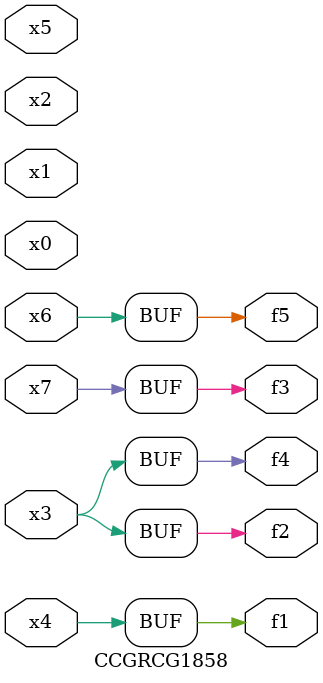
<source format=v>
module CCGRCG1858(
	input x0, x1, x2, x3, x4, x5, x6, x7,
	output f1, f2, f3, f4, f5
);
	assign f1 = x4;
	assign f2 = x3;
	assign f3 = x7;
	assign f4 = x3;
	assign f5 = x6;
endmodule

</source>
